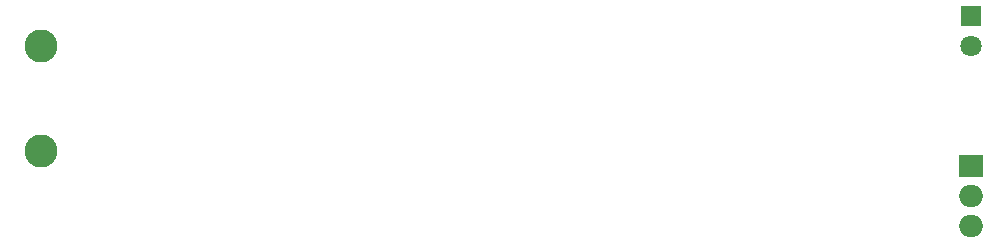
<source format=gbr>
%TF.GenerationSoftware,KiCad,Pcbnew,(5.1.9)-1*%
%TF.CreationDate,2021-03-19T17:10:50+05:30*%
%TF.ProjectId,PWM Based DC Motor Speed Controller,50574d20-4261-4736-9564-204443204d6f,rev?*%
%TF.SameCoordinates,Original*%
%TF.FileFunction,Copper,L2,Bot*%
%TF.FilePolarity,Positive*%
%FSLAX46Y46*%
G04 Gerber Fmt 4.6, Leading zero omitted, Abs format (unit mm)*
G04 Created by KiCad (PCBNEW (5.1.9)-1) date 2021-03-19 17:10:50*
%MOMM*%
%LPD*%
G01*
G04 APERTURE LIST*
%TA.AperFunction,ComponentPad*%
%ADD10C,2.800000*%
%TD*%
%TA.AperFunction,ComponentPad*%
%ADD11O,2.000000X1.905000*%
%TD*%
%TA.AperFunction,ComponentPad*%
%ADD12R,2.000000X1.905000*%
%TD*%
%TA.AperFunction,ComponentPad*%
%ADD13C,1.800000*%
%TD*%
%TA.AperFunction,ComponentPad*%
%ADD14R,1.800000X1.800000*%
%TD*%
G04 APERTURE END LIST*
D10*
%TO.P,TP2,1*%
%TO.N,Net-(C1-Pad2)*%
X91440000Y-96520000D03*
%TD*%
%TO.P,TP1,1*%
%TO.N,Net-(D1-Pad2)*%
X91440000Y-87630000D03*
%TD*%
D11*
%TO.P,Q1,3*%
%TO.N,Net-(C1-Pad2)*%
X170180000Y-102870000D03*
%TO.P,Q1,2*%
%TO.N,Net-(D4-Pad1)*%
X170180000Y-100330000D03*
D12*
%TO.P,Q1,1*%
%TO.N,Net-(Q1-Pad1)*%
X170180000Y-97790000D03*
%TD*%
D13*
%TO.P,M1,2*%
%TO.N,Net-(D4-Pad1)*%
X170180000Y-87630000D03*
D14*
%TO.P,M1,1*%
%TO.N,Net-(D1-Pad2)*%
X170180000Y-85090000D03*
%TD*%
M02*

</source>
